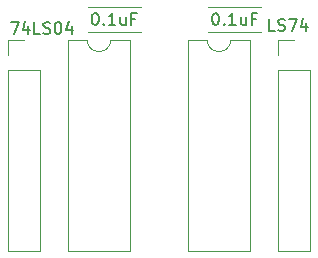
<source format=gbr>
%TF.GenerationSoftware,KiCad,Pcbnew,(5.1.8)-1*%
%TF.CreationDate,2022-06-03T11:46:24-06:00*%
%TF.ProjectId,Trigger,54726967-6765-4722-9e6b-696361645f70,rev?*%
%TF.SameCoordinates,Original*%
%TF.FileFunction,Legend,Top*%
%TF.FilePolarity,Positive*%
%FSLAX46Y46*%
G04 Gerber Fmt 4.6, Leading zero omitted, Abs format (unit mm)*
G04 Created by KiCad (PCBNEW (5.1.8)-1) date 2022-06-03 11:46:24*
%MOMM*%
%LPD*%
G01*
G04 APERTURE LIST*
%ADD10C,0.120000*%
%ADD11C,0.150000*%
G04 APERTURE END LIST*
D10*
%TO.C,J2*%
X110430000Y-113090000D02*
X113090000Y-113090000D01*
X110430000Y-97790000D02*
X110430000Y-113090000D01*
X113090000Y-97790000D02*
X113090000Y-113090000D01*
X110430000Y-97790000D02*
X113090000Y-97790000D01*
X110430000Y-96520000D02*
X110430000Y-95190000D01*
X110430000Y-95190000D02*
X111760000Y-95190000D01*
%TO.C,J1*%
X87570000Y-113090000D02*
X90230000Y-113090000D01*
X87570000Y-97790000D02*
X87570000Y-113090000D01*
X90230000Y-97790000D02*
X90230000Y-113090000D01*
X87570000Y-97790000D02*
X90230000Y-97790000D01*
X87570000Y-96520000D02*
X87570000Y-95190000D01*
X87570000Y-95190000D02*
X88900000Y-95190000D01*
%TO.C,U2*%
X104410000Y-95190000D02*
X102760000Y-95190000D01*
X102760000Y-95190000D02*
X102760000Y-113090000D01*
X102760000Y-113090000D02*
X108060000Y-113090000D01*
X108060000Y-113090000D02*
X108060000Y-95190000D01*
X108060000Y-95190000D02*
X106410000Y-95190000D01*
X106410000Y-95190000D02*
G75*
G02*
X104410000Y-95190000I-1000000J0D01*
G01*
%TO.C,U1*%
X94250000Y-95190000D02*
X92600000Y-95190000D01*
X92600000Y-95190000D02*
X92600000Y-113090000D01*
X92600000Y-113090000D02*
X97900000Y-113090000D01*
X97900000Y-113090000D02*
X97900000Y-95190000D01*
X97900000Y-95190000D02*
X96250000Y-95190000D01*
X96250000Y-95190000D02*
G75*
G02*
X94250000Y-95190000I-1000000J0D01*
G01*
%TO.C,C2*%
X108990000Y-94542000D02*
X104450000Y-94542000D01*
X108990000Y-92402000D02*
X104450000Y-92402000D01*
X108990000Y-94542000D02*
X108990000Y-94527000D01*
X108990000Y-92417000D02*
X108990000Y-92402000D01*
X104450000Y-94542000D02*
X104450000Y-94527000D01*
X104450000Y-92417000D02*
X104450000Y-92402000D01*
%TO.C,C1*%
X98830000Y-94542000D02*
X94290000Y-94542000D01*
X98830000Y-92402000D02*
X94290000Y-92402000D01*
X98830000Y-94542000D02*
X98830000Y-94527000D01*
X98830000Y-92417000D02*
X98830000Y-92402000D01*
X94290000Y-94542000D02*
X94290000Y-94527000D01*
X94290000Y-92417000D02*
X94290000Y-92402000D01*
%TO.C,U2*%
D11*
X110132952Y-94432380D02*
X109656761Y-94432380D01*
X109656761Y-93432380D01*
X110418666Y-94384761D02*
X110561523Y-94432380D01*
X110799619Y-94432380D01*
X110894857Y-94384761D01*
X110942476Y-94337142D01*
X110990095Y-94241904D01*
X110990095Y-94146666D01*
X110942476Y-94051428D01*
X110894857Y-94003809D01*
X110799619Y-93956190D01*
X110609142Y-93908571D01*
X110513904Y-93860952D01*
X110466285Y-93813333D01*
X110418666Y-93718095D01*
X110418666Y-93622857D01*
X110466285Y-93527619D01*
X110513904Y-93480000D01*
X110609142Y-93432380D01*
X110847238Y-93432380D01*
X110990095Y-93480000D01*
X111323428Y-93432380D02*
X111990095Y-93432380D01*
X111561523Y-94432380D01*
X112799619Y-93765714D02*
X112799619Y-94432380D01*
X112561523Y-93384761D02*
X112323428Y-94099047D01*
X112942476Y-94099047D01*
%TO.C,U1*%
X87781142Y-93686380D02*
X88447809Y-93686380D01*
X88019238Y-94686380D01*
X89257333Y-94019714D02*
X89257333Y-94686380D01*
X89019238Y-93638761D02*
X88781142Y-94353047D01*
X89400190Y-94353047D01*
X90257333Y-94686380D02*
X89781142Y-94686380D01*
X89781142Y-93686380D01*
X90543047Y-94638761D02*
X90685904Y-94686380D01*
X90924000Y-94686380D01*
X91019238Y-94638761D01*
X91066857Y-94591142D01*
X91114476Y-94495904D01*
X91114476Y-94400666D01*
X91066857Y-94305428D01*
X91019238Y-94257809D01*
X90924000Y-94210190D01*
X90733523Y-94162571D01*
X90638285Y-94114952D01*
X90590666Y-94067333D01*
X90543047Y-93972095D01*
X90543047Y-93876857D01*
X90590666Y-93781619D01*
X90638285Y-93734000D01*
X90733523Y-93686380D01*
X90971619Y-93686380D01*
X91114476Y-93734000D01*
X91733523Y-93686380D02*
X91828761Y-93686380D01*
X91924000Y-93734000D01*
X91971619Y-93781619D01*
X92019238Y-93876857D01*
X92066857Y-94067333D01*
X92066857Y-94305428D01*
X92019238Y-94495904D01*
X91971619Y-94591142D01*
X91924000Y-94638761D01*
X91828761Y-94686380D01*
X91733523Y-94686380D01*
X91638285Y-94638761D01*
X91590666Y-94591142D01*
X91543047Y-94495904D01*
X91495428Y-94305428D01*
X91495428Y-94067333D01*
X91543047Y-93876857D01*
X91590666Y-93781619D01*
X91638285Y-93734000D01*
X91733523Y-93686380D01*
X92924000Y-94019714D02*
X92924000Y-94686380D01*
X92685904Y-93638761D02*
X92447809Y-94353047D01*
X93066857Y-94353047D01*
%TO.C,C2*%
X105077142Y-92924380D02*
X105172380Y-92924380D01*
X105267619Y-92972000D01*
X105315238Y-93019619D01*
X105362857Y-93114857D01*
X105410476Y-93305333D01*
X105410476Y-93543428D01*
X105362857Y-93733904D01*
X105315238Y-93829142D01*
X105267619Y-93876761D01*
X105172380Y-93924380D01*
X105077142Y-93924380D01*
X104981904Y-93876761D01*
X104934285Y-93829142D01*
X104886666Y-93733904D01*
X104839047Y-93543428D01*
X104839047Y-93305333D01*
X104886666Y-93114857D01*
X104934285Y-93019619D01*
X104981904Y-92972000D01*
X105077142Y-92924380D01*
X105839047Y-93829142D02*
X105886666Y-93876761D01*
X105839047Y-93924380D01*
X105791428Y-93876761D01*
X105839047Y-93829142D01*
X105839047Y-93924380D01*
X106839047Y-93924380D02*
X106267619Y-93924380D01*
X106553333Y-93924380D02*
X106553333Y-92924380D01*
X106458095Y-93067238D01*
X106362857Y-93162476D01*
X106267619Y-93210095D01*
X107696190Y-93257714D02*
X107696190Y-93924380D01*
X107267619Y-93257714D02*
X107267619Y-93781523D01*
X107315238Y-93876761D01*
X107410476Y-93924380D01*
X107553333Y-93924380D01*
X107648571Y-93876761D01*
X107696190Y-93829142D01*
X108505714Y-93400571D02*
X108172380Y-93400571D01*
X108172380Y-93924380D02*
X108172380Y-92924380D01*
X108648571Y-92924380D01*
%TO.C,C1*%
X94877142Y-92924380D02*
X94972380Y-92924380D01*
X95067619Y-92972000D01*
X95115238Y-93019619D01*
X95162857Y-93114857D01*
X95210476Y-93305333D01*
X95210476Y-93543428D01*
X95162857Y-93733904D01*
X95115238Y-93829142D01*
X95067619Y-93876761D01*
X94972380Y-93924380D01*
X94877142Y-93924380D01*
X94781904Y-93876761D01*
X94734285Y-93829142D01*
X94686666Y-93733904D01*
X94639047Y-93543428D01*
X94639047Y-93305333D01*
X94686666Y-93114857D01*
X94734285Y-93019619D01*
X94781904Y-92972000D01*
X94877142Y-92924380D01*
X95639047Y-93829142D02*
X95686666Y-93876761D01*
X95639047Y-93924380D01*
X95591428Y-93876761D01*
X95639047Y-93829142D01*
X95639047Y-93924380D01*
X96639047Y-93924380D02*
X96067619Y-93924380D01*
X96353333Y-93924380D02*
X96353333Y-92924380D01*
X96258095Y-93067238D01*
X96162857Y-93162476D01*
X96067619Y-93210095D01*
X97496190Y-93257714D02*
X97496190Y-93924380D01*
X97067619Y-93257714D02*
X97067619Y-93781523D01*
X97115238Y-93876761D01*
X97210476Y-93924380D01*
X97353333Y-93924380D01*
X97448571Y-93876761D01*
X97496190Y-93829142D01*
X98305714Y-93400571D02*
X97972380Y-93400571D01*
X97972380Y-93924380D02*
X97972380Y-92924380D01*
X98448571Y-92924380D01*
%TD*%
M02*

</source>
